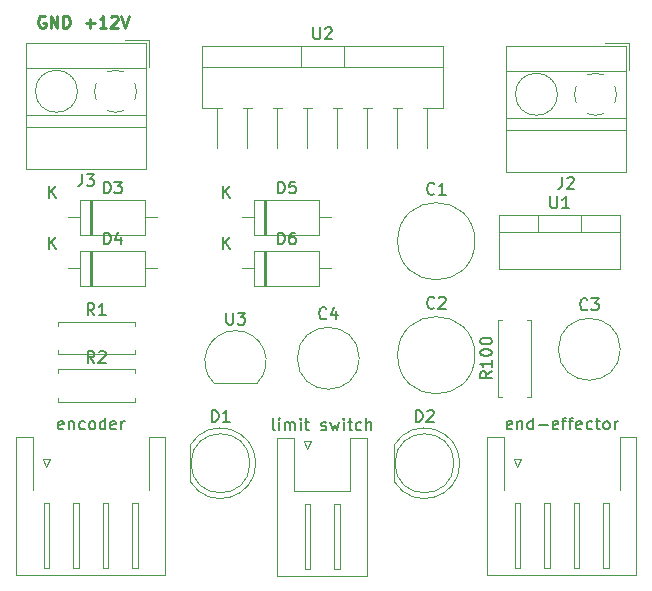
<source format=gbr>
%TF.GenerationSoftware,KiCad,Pcbnew,(5.1.6)-1*%
%TF.CreationDate,2021-07-06T14:07:52+07:00*%
%TF.ProjectId,test1,74657374-312e-46b6-9963-61645f706362,rev?*%
%TF.SameCoordinates,Original*%
%TF.FileFunction,Legend,Top*%
%TF.FilePolarity,Positive*%
%FSLAX46Y46*%
G04 Gerber Fmt 4.6, Leading zero omitted, Abs format (unit mm)*
G04 Created by KiCad (PCBNEW (5.1.6)-1) date 2021-07-06 14:07:52*
%MOMM*%
%LPD*%
G01*
G04 APERTURE LIST*
%ADD10C,0.250000*%
%ADD11C,0.120000*%
%ADD12C,0.150000*%
G04 APERTURE END LIST*
D10*
X141303095Y-70986000D02*
X141207857Y-70938380D01*
X141065000Y-70938380D01*
X140922142Y-70986000D01*
X140826904Y-71081238D01*
X140779285Y-71176476D01*
X140731666Y-71366952D01*
X140731666Y-71509809D01*
X140779285Y-71700285D01*
X140826904Y-71795523D01*
X140922142Y-71890761D01*
X141065000Y-71938380D01*
X141160238Y-71938380D01*
X141303095Y-71890761D01*
X141350714Y-71843142D01*
X141350714Y-71509809D01*
X141160238Y-71509809D01*
X141779285Y-71938380D02*
X141779285Y-70938380D01*
X142350714Y-71938380D01*
X142350714Y-70938380D01*
X142826904Y-71938380D02*
X142826904Y-70938380D01*
X143065000Y-70938380D01*
X143207857Y-70986000D01*
X143303095Y-71081238D01*
X143350714Y-71176476D01*
X143398333Y-71366952D01*
X143398333Y-71509809D01*
X143350714Y-71700285D01*
X143303095Y-71795523D01*
X143207857Y-71890761D01*
X143065000Y-71938380D01*
X142826904Y-71938380D01*
X144748095Y-71557428D02*
X145510000Y-71557428D01*
X145129047Y-71938380D02*
X145129047Y-71176476D01*
X146510000Y-71938380D02*
X145938571Y-71938380D01*
X146224285Y-71938380D02*
X146224285Y-70938380D01*
X146129047Y-71081238D01*
X146033809Y-71176476D01*
X145938571Y-71224095D01*
X146890952Y-71033619D02*
X146938571Y-70986000D01*
X147033809Y-70938380D01*
X147271904Y-70938380D01*
X147367142Y-70986000D01*
X147414761Y-71033619D01*
X147462380Y-71128857D01*
X147462380Y-71224095D01*
X147414761Y-71366952D01*
X146843333Y-71938380D01*
X147462380Y-71938380D01*
X147748095Y-70938380D02*
X148081428Y-71938380D01*
X148414761Y-70938380D01*
D11*
%TO.C,U3*%
X155632000Y-102038000D02*
X159232000Y-102038000D01*
X159270478Y-102026478D02*
G75*
G03*
X157432000Y-97588000I-1838478J1838478D01*
G01*
X155593522Y-102026478D02*
G75*
G02*
X157432000Y-97588000I1838478J1838478D01*
G01*
%TO.C,U1*%
X186715000Y-87774000D02*
X186715000Y-89284000D01*
X183014000Y-87774000D02*
X183014000Y-89284000D01*
X179744000Y-89284000D02*
X189984000Y-89284000D01*
X189984000Y-87774000D02*
X189984000Y-92415000D01*
X179744000Y-87774000D02*
X179744000Y-92415000D01*
X179744000Y-92415000D02*
X189984000Y-92415000D01*
X179744000Y-87774000D02*
X189984000Y-87774000D01*
%TO.C,R100*%
X182424000Y-96664000D02*
X182094000Y-96664000D01*
X182424000Y-103204000D02*
X182424000Y-96664000D01*
X182094000Y-103204000D02*
X182424000Y-103204000D01*
X179684000Y-96664000D02*
X180014000Y-96664000D01*
X179684000Y-103204000D02*
X179684000Y-96664000D01*
X180014000Y-103204000D02*
X179684000Y-103204000D01*
%TO.C,limit switch*%
X163828000Y-106978000D02*
X163528000Y-107578000D01*
X163228000Y-106978000D02*
X163828000Y-106978000D01*
X163528000Y-107578000D02*
X163228000Y-106978000D01*
X166278000Y-112278000D02*
X165778000Y-112278000D01*
X166278000Y-117778000D02*
X166278000Y-112278000D01*
X165778000Y-117778000D02*
X166278000Y-117778000D01*
X165778000Y-112278000D02*
X165778000Y-117778000D01*
X163778000Y-112278000D02*
X163278000Y-112278000D01*
X163778000Y-117778000D02*
X163778000Y-112278000D01*
X163278000Y-117778000D02*
X163778000Y-117778000D01*
X163278000Y-112278000D02*
X163278000Y-117778000D01*
X167168000Y-111168000D02*
X164778000Y-111168000D01*
X167168000Y-106668000D02*
X167168000Y-111168000D01*
X168588000Y-106668000D02*
X167168000Y-106668000D01*
X168588000Y-118388000D02*
X168588000Y-106668000D01*
X164778000Y-118388000D02*
X168588000Y-118388000D01*
X162388000Y-111168000D02*
X164778000Y-111168000D01*
X162388000Y-106668000D02*
X162388000Y-111168000D01*
X160968000Y-106668000D02*
X162388000Y-106668000D01*
X160968000Y-118388000D02*
X160968000Y-106668000D01*
X164778000Y-118388000D02*
X160968000Y-118388000D01*
%TO.C,end-effector*%
X181608000Y-108502000D02*
X181308000Y-109102000D01*
X181008000Y-108502000D02*
X181608000Y-108502000D01*
X181308000Y-109102000D02*
X181008000Y-108502000D01*
X189058000Y-112202000D02*
X188558000Y-112202000D01*
X189058000Y-117702000D02*
X189058000Y-112202000D01*
X188558000Y-117702000D02*
X189058000Y-117702000D01*
X188558000Y-112202000D02*
X188558000Y-117702000D01*
X186558000Y-112202000D02*
X186058000Y-112202000D01*
X186558000Y-117702000D02*
X186558000Y-112202000D01*
X186058000Y-117702000D02*
X186558000Y-117702000D01*
X186058000Y-112202000D02*
X186058000Y-117702000D01*
X184058000Y-112202000D02*
X183558000Y-112202000D01*
X184058000Y-117702000D02*
X184058000Y-112202000D01*
X183558000Y-117702000D02*
X184058000Y-117702000D01*
X183558000Y-112202000D02*
X183558000Y-117702000D01*
X181558000Y-112202000D02*
X181058000Y-112202000D01*
X181558000Y-117702000D02*
X181558000Y-112202000D01*
X181058000Y-117702000D02*
X181558000Y-117702000D01*
X181058000Y-112202000D02*
X181058000Y-117702000D01*
X189948000Y-106592000D02*
X189948000Y-111092000D01*
X191368000Y-106592000D02*
X189948000Y-106592000D01*
X191368000Y-118312000D02*
X191368000Y-106592000D01*
X185058000Y-118312000D02*
X191368000Y-118312000D01*
X180168000Y-106592000D02*
X180168000Y-111092000D01*
X178748000Y-106592000D02*
X180168000Y-106592000D01*
X178748000Y-118312000D02*
X178748000Y-106592000D01*
X185058000Y-118312000D02*
X178748000Y-118312000D01*
%TO.C,D6*%
X159810000Y-90844000D02*
X159810000Y-93784000D01*
X160050000Y-90844000D02*
X160050000Y-93784000D01*
X159930000Y-90844000D02*
X159930000Y-93784000D01*
X165490000Y-92314000D02*
X164470000Y-92314000D01*
X158010000Y-92314000D02*
X159030000Y-92314000D01*
X164470000Y-90844000D02*
X159030000Y-90844000D01*
X164470000Y-93784000D02*
X164470000Y-90844000D01*
X159030000Y-93784000D02*
X164470000Y-93784000D01*
X159030000Y-90844000D02*
X159030000Y-93784000D01*
%TO.C,D5*%
X159810000Y-86526000D02*
X159810000Y-89466000D01*
X160050000Y-86526000D02*
X160050000Y-89466000D01*
X159930000Y-86526000D02*
X159930000Y-89466000D01*
X165490000Y-87996000D02*
X164470000Y-87996000D01*
X158010000Y-87996000D02*
X159030000Y-87996000D01*
X164470000Y-86526000D02*
X159030000Y-86526000D01*
X164470000Y-89466000D02*
X164470000Y-86526000D01*
X159030000Y-89466000D02*
X164470000Y-89466000D01*
X159030000Y-86526000D02*
X159030000Y-89466000D01*
%TO.C,D4*%
X145078000Y-90844000D02*
X145078000Y-93784000D01*
X145318000Y-90844000D02*
X145318000Y-93784000D01*
X145198000Y-90844000D02*
X145198000Y-93784000D01*
X150758000Y-92314000D02*
X149738000Y-92314000D01*
X143278000Y-92314000D02*
X144298000Y-92314000D01*
X149738000Y-90844000D02*
X144298000Y-90844000D01*
X149738000Y-93784000D02*
X149738000Y-90844000D01*
X144298000Y-93784000D02*
X149738000Y-93784000D01*
X144298000Y-90844000D02*
X144298000Y-93784000D01*
%TO.C,D3*%
X145078000Y-86526000D02*
X145078000Y-89466000D01*
X145318000Y-86526000D02*
X145318000Y-89466000D01*
X145198000Y-86526000D02*
X145198000Y-89466000D01*
X150758000Y-87996000D02*
X149738000Y-87996000D01*
X143278000Y-87996000D02*
X144298000Y-87996000D01*
X149738000Y-86526000D02*
X144298000Y-86526000D01*
X149738000Y-89466000D02*
X149738000Y-86526000D01*
X144298000Y-89466000D02*
X149738000Y-89466000D01*
X144298000Y-86526000D02*
X144298000Y-89466000D01*
%TO.C,D2*%
X170874000Y-107279000D02*
X170874000Y-110369000D01*
X175934000Y-108824000D02*
G75*
G03*
X175934000Y-108824000I-2500000J0D01*
G01*
X176424000Y-108823538D02*
G75*
G02*
X170874000Y-110368830I-2990000J-462D01*
G01*
X176424000Y-108824462D02*
G75*
G03*
X170874000Y-107279170I-2990000J462D01*
G01*
%TO.C,D1*%
X153602000Y-107279000D02*
X153602000Y-110369000D01*
X158662000Y-108824000D02*
G75*
G03*
X158662000Y-108824000I-2500000J0D01*
G01*
X159152000Y-108823538D02*
G75*
G02*
X153602000Y-110368830I-2990000J-462D01*
G01*
X159152000Y-108824462D02*
G75*
G03*
X153602000Y-107279170I-2990000J462D01*
G01*
%TO.C,C4*%
X167910000Y-99934000D02*
G75*
G03*
X167910000Y-99934000I-2620000J0D01*
G01*
%TO.C,C3*%
X190008000Y-99172000D02*
G75*
G03*
X190008000Y-99172000I-2620000J0D01*
G01*
%TO.C,C2*%
X177700000Y-99680000D02*
G75*
G03*
X177700000Y-99680000I-3270000J0D01*
G01*
%TO.C,C1*%
X177700000Y-90028000D02*
G75*
G03*
X177700000Y-90028000I-3270000J0D01*
G01*
%TO.C,U2*%
X173688000Y-78711000D02*
X173688000Y-82105000D01*
X171148000Y-78711000D02*
X171148000Y-82105000D01*
X168608000Y-78711000D02*
X168608000Y-82105000D01*
X166068000Y-78711000D02*
X166068000Y-82105000D01*
X163528000Y-78711000D02*
X163528000Y-82105000D01*
X160988000Y-78711000D02*
X160988000Y-82105000D01*
X158448000Y-78711000D02*
X158448000Y-82105000D01*
X155908000Y-78711000D02*
X155908000Y-82120000D01*
X166648000Y-73470000D02*
X166648000Y-75310000D01*
X162949000Y-73470000D02*
X162949000Y-75310000D01*
X154578000Y-75310000D02*
X175018000Y-75310000D01*
X175018000Y-73470000D02*
X175018000Y-78711000D01*
X154578000Y-73470000D02*
X154578000Y-78711000D01*
X173343000Y-78711000D02*
X175018000Y-78711000D01*
X170803000Y-78711000D02*
X171494000Y-78711000D01*
X168263000Y-78711000D02*
X168954000Y-78711000D01*
X165723000Y-78711000D02*
X166414000Y-78711000D01*
X163183000Y-78711000D02*
X163874000Y-78711000D01*
X160643000Y-78711000D02*
X161334000Y-78711000D01*
X158103000Y-78711000D02*
X158794000Y-78711000D01*
X154578000Y-78711000D02*
X156254000Y-78711000D01*
X154578000Y-73470000D02*
X175018000Y-73470000D01*
%TO.C,R2*%
X148924000Y-103622000D02*
X148924000Y-103292000D01*
X142384000Y-103622000D02*
X148924000Y-103622000D01*
X142384000Y-103292000D02*
X142384000Y-103622000D01*
X148924000Y-100882000D02*
X148924000Y-101212000D01*
X142384000Y-100882000D02*
X148924000Y-100882000D01*
X142384000Y-101212000D02*
X142384000Y-100882000D01*
%TO.C,R1*%
X148924000Y-99572000D02*
X148924000Y-99242000D01*
X142384000Y-99572000D02*
X148924000Y-99572000D01*
X142384000Y-99242000D02*
X142384000Y-99572000D01*
X148924000Y-96832000D02*
X148924000Y-97162000D01*
X142384000Y-96832000D02*
X148924000Y-96832000D01*
X142384000Y-97162000D02*
X142384000Y-96832000D01*
%TO.C,J3*%
X150072000Y-73028000D02*
X148072000Y-73028000D01*
X150072000Y-75268000D02*
X150072000Y-73028000D01*
X143572000Y-76245000D02*
X143622000Y-76195000D01*
X141139000Y-78678000D02*
X141164000Y-78654000D01*
X143380000Y-76003000D02*
X143404000Y-75978000D01*
X140922000Y-78461000D02*
X140971000Y-78411000D01*
X139712000Y-83888000D02*
X139712000Y-73268000D01*
X149832000Y-83888000D02*
X149832000Y-73268000D01*
X149832000Y-73268000D02*
X139712000Y-73268000D01*
X149832000Y-83888000D02*
X139712000Y-83888000D01*
X149832000Y-80328000D02*
X139712000Y-80328000D01*
X149832000Y-79328000D02*
X139712000Y-79328000D01*
X149832000Y-75328000D02*
X139712000Y-75328000D01*
X144052000Y-77328000D02*
G75*
G03*
X144052000Y-77328000I-1780000J0D01*
G01*
X147241186Y-75547611D02*
G75*
G02*
X147968000Y-75689000I30814J-1780389D01*
G01*
X148911205Y-76632484D02*
G75*
G02*
X148911000Y-78024000I-1639205J-695516D01*
G01*
X147967516Y-78967205D02*
G75*
G02*
X146576000Y-78967000I-695516J1639205D01*
G01*
X145632795Y-78023516D02*
G75*
G02*
X145633000Y-76632000I1639205J695516D01*
G01*
X146576499Y-75689501D02*
G75*
G02*
X147272000Y-75548000I695501J-1638499D01*
G01*
%TO.C,J2*%
X190712000Y-73282000D02*
X188712000Y-73282000D01*
X190712000Y-75522000D02*
X190712000Y-73282000D01*
X184212000Y-76499000D02*
X184262000Y-76449000D01*
X181779000Y-78932000D02*
X181804000Y-78908000D01*
X184020000Y-76257000D02*
X184044000Y-76232000D01*
X181562000Y-78715000D02*
X181611000Y-78665000D01*
X180352000Y-84142000D02*
X180352000Y-73522000D01*
X190472000Y-84142000D02*
X190472000Y-73522000D01*
X190472000Y-73522000D02*
X180352000Y-73522000D01*
X190472000Y-84142000D02*
X180352000Y-84142000D01*
X190472000Y-80582000D02*
X180352000Y-80582000D01*
X190472000Y-79582000D02*
X180352000Y-79582000D01*
X190472000Y-75582000D02*
X180352000Y-75582000D01*
X184692000Y-77582000D02*
G75*
G03*
X184692000Y-77582000I-1780000J0D01*
G01*
X187881186Y-75801611D02*
G75*
G02*
X188608000Y-75943000I30814J-1780389D01*
G01*
X189551205Y-76886484D02*
G75*
G02*
X189551000Y-78278000I-1639205J-695516D01*
G01*
X188607516Y-79221205D02*
G75*
G02*
X187216000Y-79221000I-695516J1639205D01*
G01*
X186272795Y-78277516D02*
G75*
G02*
X186273000Y-76886000I1639205J695516D01*
G01*
X187216499Y-75943501D02*
G75*
G02*
X187912000Y-75802000I695501J-1638499D01*
G01*
%TO.C,encoder*%
X141730000Y-108502000D02*
X141430000Y-109102000D01*
X141130000Y-108502000D02*
X141730000Y-108502000D01*
X141430000Y-109102000D02*
X141130000Y-108502000D01*
X149180000Y-112202000D02*
X148680000Y-112202000D01*
X149180000Y-117702000D02*
X149180000Y-112202000D01*
X148680000Y-117702000D02*
X149180000Y-117702000D01*
X148680000Y-112202000D02*
X148680000Y-117702000D01*
X146680000Y-112202000D02*
X146180000Y-112202000D01*
X146680000Y-117702000D02*
X146680000Y-112202000D01*
X146180000Y-117702000D02*
X146680000Y-117702000D01*
X146180000Y-112202000D02*
X146180000Y-117702000D01*
X144180000Y-112202000D02*
X143680000Y-112202000D01*
X144180000Y-117702000D02*
X144180000Y-112202000D01*
X143680000Y-117702000D02*
X144180000Y-117702000D01*
X143680000Y-112202000D02*
X143680000Y-117702000D01*
X141680000Y-112202000D02*
X141180000Y-112202000D01*
X141680000Y-117702000D02*
X141680000Y-112202000D01*
X141180000Y-117702000D02*
X141680000Y-117702000D01*
X141180000Y-112202000D02*
X141180000Y-117702000D01*
X150070000Y-106592000D02*
X150070000Y-111092000D01*
X151490000Y-106592000D02*
X150070000Y-106592000D01*
X151490000Y-118312000D02*
X151490000Y-106592000D01*
X145180000Y-118312000D02*
X151490000Y-118312000D01*
X140290000Y-106592000D02*
X140290000Y-111092000D01*
X138870000Y-106592000D02*
X140290000Y-106592000D01*
X138870000Y-118312000D02*
X138870000Y-106592000D01*
X145180000Y-118312000D02*
X138870000Y-118312000D01*
%TO.C,U3*%
D12*
X156670095Y-96080380D02*
X156670095Y-96889904D01*
X156717714Y-96985142D01*
X156765333Y-97032761D01*
X156860571Y-97080380D01*
X157051047Y-97080380D01*
X157146285Y-97032761D01*
X157193904Y-96985142D01*
X157241523Y-96889904D01*
X157241523Y-96080380D01*
X157622476Y-96080380D02*
X158241523Y-96080380D01*
X157908190Y-96461333D01*
X158051047Y-96461333D01*
X158146285Y-96508952D01*
X158193904Y-96556571D01*
X158241523Y-96651809D01*
X158241523Y-96889904D01*
X158193904Y-96985142D01*
X158146285Y-97032761D01*
X158051047Y-97080380D01*
X157765333Y-97080380D01*
X157670095Y-97032761D01*
X157622476Y-96985142D01*
%TO.C,U1*%
X184102095Y-86226380D02*
X184102095Y-87035904D01*
X184149714Y-87131142D01*
X184197333Y-87178761D01*
X184292571Y-87226380D01*
X184483047Y-87226380D01*
X184578285Y-87178761D01*
X184625904Y-87131142D01*
X184673523Y-87035904D01*
X184673523Y-86226380D01*
X185673523Y-87226380D02*
X185102095Y-87226380D01*
X185387809Y-87226380D02*
X185387809Y-86226380D01*
X185292571Y-86369238D01*
X185197333Y-86464476D01*
X185102095Y-86512095D01*
%TO.C,R100*%
X179136380Y-101053047D02*
X178660190Y-101386380D01*
X179136380Y-101624476D02*
X178136380Y-101624476D01*
X178136380Y-101243523D01*
X178184000Y-101148285D01*
X178231619Y-101100666D01*
X178326857Y-101053047D01*
X178469714Y-101053047D01*
X178564952Y-101100666D01*
X178612571Y-101148285D01*
X178660190Y-101243523D01*
X178660190Y-101624476D01*
X179136380Y-100100666D02*
X179136380Y-100672095D01*
X179136380Y-100386380D02*
X178136380Y-100386380D01*
X178279238Y-100481619D01*
X178374476Y-100576857D01*
X178422095Y-100672095D01*
X178136380Y-99481619D02*
X178136380Y-99386380D01*
X178184000Y-99291142D01*
X178231619Y-99243523D01*
X178326857Y-99195904D01*
X178517333Y-99148285D01*
X178755428Y-99148285D01*
X178945904Y-99195904D01*
X179041142Y-99243523D01*
X179088761Y-99291142D01*
X179136380Y-99386380D01*
X179136380Y-99481619D01*
X179088761Y-99576857D01*
X179041142Y-99624476D01*
X178945904Y-99672095D01*
X178755428Y-99719714D01*
X178517333Y-99719714D01*
X178326857Y-99672095D01*
X178231619Y-99624476D01*
X178184000Y-99576857D01*
X178136380Y-99481619D01*
X178136380Y-98529238D02*
X178136380Y-98434000D01*
X178184000Y-98338761D01*
X178231619Y-98291142D01*
X178326857Y-98243523D01*
X178517333Y-98195904D01*
X178755428Y-98195904D01*
X178945904Y-98243523D01*
X179041142Y-98291142D01*
X179088761Y-98338761D01*
X179136380Y-98434000D01*
X179136380Y-98529238D01*
X179088761Y-98624476D01*
X179041142Y-98672095D01*
X178945904Y-98719714D01*
X178755428Y-98767333D01*
X178517333Y-98767333D01*
X178326857Y-98719714D01*
X178231619Y-98672095D01*
X178184000Y-98624476D01*
X178136380Y-98529238D01*
%TO.C,limit switch*%
X160754190Y-106030380D02*
X160658952Y-105982761D01*
X160611333Y-105887523D01*
X160611333Y-105030380D01*
X161135142Y-106030380D02*
X161135142Y-105363714D01*
X161135142Y-105030380D02*
X161087523Y-105078000D01*
X161135142Y-105125619D01*
X161182761Y-105078000D01*
X161135142Y-105030380D01*
X161135142Y-105125619D01*
X161611333Y-106030380D02*
X161611333Y-105363714D01*
X161611333Y-105458952D02*
X161658952Y-105411333D01*
X161754190Y-105363714D01*
X161897047Y-105363714D01*
X161992285Y-105411333D01*
X162039904Y-105506571D01*
X162039904Y-106030380D01*
X162039904Y-105506571D02*
X162087523Y-105411333D01*
X162182761Y-105363714D01*
X162325619Y-105363714D01*
X162420857Y-105411333D01*
X162468476Y-105506571D01*
X162468476Y-106030380D01*
X162944666Y-106030380D02*
X162944666Y-105363714D01*
X162944666Y-105030380D02*
X162897047Y-105078000D01*
X162944666Y-105125619D01*
X162992285Y-105078000D01*
X162944666Y-105030380D01*
X162944666Y-105125619D01*
X163278000Y-105363714D02*
X163658952Y-105363714D01*
X163420857Y-105030380D02*
X163420857Y-105887523D01*
X163468476Y-105982761D01*
X163563714Y-106030380D01*
X163658952Y-106030380D01*
X164706571Y-105982761D02*
X164801809Y-106030380D01*
X164992285Y-106030380D01*
X165087523Y-105982761D01*
X165135142Y-105887523D01*
X165135142Y-105839904D01*
X165087523Y-105744666D01*
X164992285Y-105697047D01*
X164849428Y-105697047D01*
X164754190Y-105649428D01*
X164706571Y-105554190D01*
X164706571Y-105506571D01*
X164754190Y-105411333D01*
X164849428Y-105363714D01*
X164992285Y-105363714D01*
X165087523Y-105411333D01*
X165468476Y-105363714D02*
X165658952Y-106030380D01*
X165849428Y-105554190D01*
X166039904Y-106030380D01*
X166230380Y-105363714D01*
X166611333Y-106030380D02*
X166611333Y-105363714D01*
X166611333Y-105030380D02*
X166563714Y-105078000D01*
X166611333Y-105125619D01*
X166658952Y-105078000D01*
X166611333Y-105030380D01*
X166611333Y-105125619D01*
X166944666Y-105363714D02*
X167325619Y-105363714D01*
X167087523Y-105030380D02*
X167087523Y-105887523D01*
X167135142Y-105982761D01*
X167230380Y-106030380D01*
X167325619Y-106030380D01*
X168087523Y-105982761D02*
X167992285Y-106030380D01*
X167801809Y-106030380D01*
X167706571Y-105982761D01*
X167658952Y-105935142D01*
X167611333Y-105839904D01*
X167611333Y-105554190D01*
X167658952Y-105458952D01*
X167706571Y-105411333D01*
X167801809Y-105363714D01*
X167992285Y-105363714D01*
X168087523Y-105411333D01*
X168516095Y-106030380D02*
X168516095Y-105030380D01*
X168944666Y-106030380D02*
X168944666Y-105506571D01*
X168897047Y-105411333D01*
X168801809Y-105363714D01*
X168658952Y-105363714D01*
X168563714Y-105411333D01*
X168516095Y-105458952D01*
%TO.C,end-effector*%
X180819904Y-105906761D02*
X180724666Y-105954380D01*
X180534190Y-105954380D01*
X180438952Y-105906761D01*
X180391333Y-105811523D01*
X180391333Y-105430571D01*
X180438952Y-105335333D01*
X180534190Y-105287714D01*
X180724666Y-105287714D01*
X180819904Y-105335333D01*
X180867523Y-105430571D01*
X180867523Y-105525809D01*
X180391333Y-105621047D01*
X181296095Y-105287714D02*
X181296095Y-105954380D01*
X181296095Y-105382952D02*
X181343714Y-105335333D01*
X181438952Y-105287714D01*
X181581809Y-105287714D01*
X181677047Y-105335333D01*
X181724666Y-105430571D01*
X181724666Y-105954380D01*
X182629428Y-105954380D02*
X182629428Y-104954380D01*
X182629428Y-105906761D02*
X182534190Y-105954380D01*
X182343714Y-105954380D01*
X182248476Y-105906761D01*
X182200857Y-105859142D01*
X182153238Y-105763904D01*
X182153238Y-105478190D01*
X182200857Y-105382952D01*
X182248476Y-105335333D01*
X182343714Y-105287714D01*
X182534190Y-105287714D01*
X182629428Y-105335333D01*
X183105619Y-105573428D02*
X183867523Y-105573428D01*
X184724666Y-105906761D02*
X184629428Y-105954380D01*
X184438952Y-105954380D01*
X184343714Y-105906761D01*
X184296095Y-105811523D01*
X184296095Y-105430571D01*
X184343714Y-105335333D01*
X184438952Y-105287714D01*
X184629428Y-105287714D01*
X184724666Y-105335333D01*
X184772285Y-105430571D01*
X184772285Y-105525809D01*
X184296095Y-105621047D01*
X185058000Y-105287714D02*
X185438952Y-105287714D01*
X185200857Y-105954380D02*
X185200857Y-105097238D01*
X185248476Y-105002000D01*
X185343714Y-104954380D01*
X185438952Y-104954380D01*
X185629428Y-105287714D02*
X186010380Y-105287714D01*
X185772285Y-105954380D02*
X185772285Y-105097238D01*
X185819904Y-105002000D01*
X185915142Y-104954380D01*
X186010380Y-104954380D01*
X186724666Y-105906761D02*
X186629428Y-105954380D01*
X186438952Y-105954380D01*
X186343714Y-105906761D01*
X186296095Y-105811523D01*
X186296095Y-105430571D01*
X186343714Y-105335333D01*
X186438952Y-105287714D01*
X186629428Y-105287714D01*
X186724666Y-105335333D01*
X186772285Y-105430571D01*
X186772285Y-105525809D01*
X186296095Y-105621047D01*
X187629428Y-105906761D02*
X187534190Y-105954380D01*
X187343714Y-105954380D01*
X187248476Y-105906761D01*
X187200857Y-105859142D01*
X187153238Y-105763904D01*
X187153238Y-105478190D01*
X187200857Y-105382952D01*
X187248476Y-105335333D01*
X187343714Y-105287714D01*
X187534190Y-105287714D01*
X187629428Y-105335333D01*
X187915142Y-105287714D02*
X188296095Y-105287714D01*
X188058000Y-104954380D02*
X188058000Y-105811523D01*
X188105619Y-105906761D01*
X188200857Y-105954380D01*
X188296095Y-105954380D01*
X188772285Y-105954380D02*
X188677047Y-105906761D01*
X188629428Y-105859142D01*
X188581809Y-105763904D01*
X188581809Y-105478190D01*
X188629428Y-105382952D01*
X188677047Y-105335333D01*
X188772285Y-105287714D01*
X188915142Y-105287714D01*
X189010380Y-105335333D01*
X189058000Y-105382952D01*
X189105619Y-105478190D01*
X189105619Y-105763904D01*
X189058000Y-105859142D01*
X189010380Y-105906761D01*
X188915142Y-105954380D01*
X188772285Y-105954380D01*
X189534190Y-105954380D02*
X189534190Y-105287714D01*
X189534190Y-105478190D02*
X189581809Y-105382952D01*
X189629428Y-105335333D01*
X189724666Y-105287714D01*
X189819904Y-105287714D01*
%TO.C,D6*%
X161011904Y-90296380D02*
X161011904Y-89296380D01*
X161250000Y-89296380D01*
X161392857Y-89344000D01*
X161488095Y-89439238D01*
X161535714Y-89534476D01*
X161583333Y-89724952D01*
X161583333Y-89867809D01*
X161535714Y-90058285D01*
X161488095Y-90153523D01*
X161392857Y-90248761D01*
X161250000Y-90296380D01*
X161011904Y-90296380D01*
X162440476Y-89296380D02*
X162250000Y-89296380D01*
X162154761Y-89344000D01*
X162107142Y-89391619D01*
X162011904Y-89534476D01*
X161964285Y-89724952D01*
X161964285Y-90105904D01*
X162011904Y-90201142D01*
X162059523Y-90248761D01*
X162154761Y-90296380D01*
X162345238Y-90296380D01*
X162440476Y-90248761D01*
X162488095Y-90201142D01*
X162535714Y-90105904D01*
X162535714Y-89867809D01*
X162488095Y-89772571D01*
X162440476Y-89724952D01*
X162345238Y-89677333D01*
X162154761Y-89677333D01*
X162059523Y-89724952D01*
X162011904Y-89772571D01*
X161964285Y-89867809D01*
X156408095Y-90666380D02*
X156408095Y-89666380D01*
X156979523Y-90666380D02*
X156550952Y-90094952D01*
X156979523Y-89666380D02*
X156408095Y-90237809D01*
%TO.C,D5*%
X161011904Y-85978380D02*
X161011904Y-84978380D01*
X161250000Y-84978380D01*
X161392857Y-85026000D01*
X161488095Y-85121238D01*
X161535714Y-85216476D01*
X161583333Y-85406952D01*
X161583333Y-85549809D01*
X161535714Y-85740285D01*
X161488095Y-85835523D01*
X161392857Y-85930761D01*
X161250000Y-85978380D01*
X161011904Y-85978380D01*
X162488095Y-84978380D02*
X162011904Y-84978380D01*
X161964285Y-85454571D01*
X162011904Y-85406952D01*
X162107142Y-85359333D01*
X162345238Y-85359333D01*
X162440476Y-85406952D01*
X162488095Y-85454571D01*
X162535714Y-85549809D01*
X162535714Y-85787904D01*
X162488095Y-85883142D01*
X162440476Y-85930761D01*
X162345238Y-85978380D01*
X162107142Y-85978380D01*
X162011904Y-85930761D01*
X161964285Y-85883142D01*
X156408095Y-86348380D02*
X156408095Y-85348380D01*
X156979523Y-86348380D02*
X156550952Y-85776952D01*
X156979523Y-85348380D02*
X156408095Y-85919809D01*
%TO.C,D4*%
X146279904Y-90296380D02*
X146279904Y-89296380D01*
X146518000Y-89296380D01*
X146660857Y-89344000D01*
X146756095Y-89439238D01*
X146803714Y-89534476D01*
X146851333Y-89724952D01*
X146851333Y-89867809D01*
X146803714Y-90058285D01*
X146756095Y-90153523D01*
X146660857Y-90248761D01*
X146518000Y-90296380D01*
X146279904Y-90296380D01*
X147708476Y-89629714D02*
X147708476Y-90296380D01*
X147470380Y-89248761D02*
X147232285Y-89963047D01*
X147851333Y-89963047D01*
X141676095Y-90666380D02*
X141676095Y-89666380D01*
X142247523Y-90666380D02*
X141818952Y-90094952D01*
X142247523Y-89666380D02*
X141676095Y-90237809D01*
%TO.C,D3*%
X146279904Y-85978380D02*
X146279904Y-84978380D01*
X146518000Y-84978380D01*
X146660857Y-85026000D01*
X146756095Y-85121238D01*
X146803714Y-85216476D01*
X146851333Y-85406952D01*
X146851333Y-85549809D01*
X146803714Y-85740285D01*
X146756095Y-85835523D01*
X146660857Y-85930761D01*
X146518000Y-85978380D01*
X146279904Y-85978380D01*
X147184666Y-84978380D02*
X147803714Y-84978380D01*
X147470380Y-85359333D01*
X147613238Y-85359333D01*
X147708476Y-85406952D01*
X147756095Y-85454571D01*
X147803714Y-85549809D01*
X147803714Y-85787904D01*
X147756095Y-85883142D01*
X147708476Y-85930761D01*
X147613238Y-85978380D01*
X147327523Y-85978380D01*
X147232285Y-85930761D01*
X147184666Y-85883142D01*
X141676095Y-86348380D02*
X141676095Y-85348380D01*
X142247523Y-86348380D02*
X141818952Y-85776952D01*
X142247523Y-85348380D02*
X141676095Y-85919809D01*
%TO.C,D2*%
X172695904Y-105316380D02*
X172695904Y-104316380D01*
X172934000Y-104316380D01*
X173076857Y-104364000D01*
X173172095Y-104459238D01*
X173219714Y-104554476D01*
X173267333Y-104744952D01*
X173267333Y-104887809D01*
X173219714Y-105078285D01*
X173172095Y-105173523D01*
X173076857Y-105268761D01*
X172934000Y-105316380D01*
X172695904Y-105316380D01*
X173648285Y-104411619D02*
X173695904Y-104364000D01*
X173791142Y-104316380D01*
X174029238Y-104316380D01*
X174124476Y-104364000D01*
X174172095Y-104411619D01*
X174219714Y-104506857D01*
X174219714Y-104602095D01*
X174172095Y-104744952D01*
X173600666Y-105316380D01*
X174219714Y-105316380D01*
%TO.C,D1*%
X155423904Y-105316380D02*
X155423904Y-104316380D01*
X155662000Y-104316380D01*
X155804857Y-104364000D01*
X155900095Y-104459238D01*
X155947714Y-104554476D01*
X155995333Y-104744952D01*
X155995333Y-104887809D01*
X155947714Y-105078285D01*
X155900095Y-105173523D01*
X155804857Y-105268761D01*
X155662000Y-105316380D01*
X155423904Y-105316380D01*
X156947714Y-105316380D02*
X156376285Y-105316380D01*
X156662000Y-105316380D02*
X156662000Y-104316380D01*
X156566761Y-104459238D01*
X156471523Y-104554476D01*
X156376285Y-104602095D01*
%TO.C,C4*%
X165123333Y-96541142D02*
X165075714Y-96588761D01*
X164932857Y-96636380D01*
X164837619Y-96636380D01*
X164694761Y-96588761D01*
X164599523Y-96493523D01*
X164551904Y-96398285D01*
X164504285Y-96207809D01*
X164504285Y-96064952D01*
X164551904Y-95874476D01*
X164599523Y-95779238D01*
X164694761Y-95684000D01*
X164837619Y-95636380D01*
X164932857Y-95636380D01*
X165075714Y-95684000D01*
X165123333Y-95731619D01*
X165980476Y-95969714D02*
X165980476Y-96636380D01*
X165742380Y-95588761D02*
X165504285Y-96303047D01*
X166123333Y-96303047D01*
%TO.C,C3*%
X187221333Y-95779142D02*
X187173714Y-95826761D01*
X187030857Y-95874380D01*
X186935619Y-95874380D01*
X186792761Y-95826761D01*
X186697523Y-95731523D01*
X186649904Y-95636285D01*
X186602285Y-95445809D01*
X186602285Y-95302952D01*
X186649904Y-95112476D01*
X186697523Y-95017238D01*
X186792761Y-94922000D01*
X186935619Y-94874380D01*
X187030857Y-94874380D01*
X187173714Y-94922000D01*
X187221333Y-94969619D01*
X187554666Y-94874380D02*
X188173714Y-94874380D01*
X187840380Y-95255333D01*
X187983238Y-95255333D01*
X188078476Y-95302952D01*
X188126095Y-95350571D01*
X188173714Y-95445809D01*
X188173714Y-95683904D01*
X188126095Y-95779142D01*
X188078476Y-95826761D01*
X187983238Y-95874380D01*
X187697523Y-95874380D01*
X187602285Y-95826761D01*
X187554666Y-95779142D01*
%TO.C,C2*%
X174263333Y-95637142D02*
X174215714Y-95684761D01*
X174072857Y-95732380D01*
X173977619Y-95732380D01*
X173834761Y-95684761D01*
X173739523Y-95589523D01*
X173691904Y-95494285D01*
X173644285Y-95303809D01*
X173644285Y-95160952D01*
X173691904Y-94970476D01*
X173739523Y-94875238D01*
X173834761Y-94780000D01*
X173977619Y-94732380D01*
X174072857Y-94732380D01*
X174215714Y-94780000D01*
X174263333Y-94827619D01*
X174644285Y-94827619D02*
X174691904Y-94780000D01*
X174787142Y-94732380D01*
X175025238Y-94732380D01*
X175120476Y-94780000D01*
X175168095Y-94827619D01*
X175215714Y-94922857D01*
X175215714Y-95018095D01*
X175168095Y-95160952D01*
X174596666Y-95732380D01*
X175215714Y-95732380D01*
%TO.C,C1*%
X174263333Y-85985142D02*
X174215714Y-86032761D01*
X174072857Y-86080380D01*
X173977619Y-86080380D01*
X173834761Y-86032761D01*
X173739523Y-85937523D01*
X173691904Y-85842285D01*
X173644285Y-85651809D01*
X173644285Y-85508952D01*
X173691904Y-85318476D01*
X173739523Y-85223238D01*
X173834761Y-85128000D01*
X173977619Y-85080380D01*
X174072857Y-85080380D01*
X174215714Y-85128000D01*
X174263333Y-85175619D01*
X175215714Y-86080380D02*
X174644285Y-86080380D01*
X174930000Y-86080380D02*
X174930000Y-85080380D01*
X174834761Y-85223238D01*
X174739523Y-85318476D01*
X174644285Y-85366095D01*
%TO.C,U2*%
X164036095Y-71922380D02*
X164036095Y-72731904D01*
X164083714Y-72827142D01*
X164131333Y-72874761D01*
X164226571Y-72922380D01*
X164417047Y-72922380D01*
X164512285Y-72874761D01*
X164559904Y-72827142D01*
X164607523Y-72731904D01*
X164607523Y-71922380D01*
X165036095Y-72017619D02*
X165083714Y-71970000D01*
X165178952Y-71922380D01*
X165417047Y-71922380D01*
X165512285Y-71970000D01*
X165559904Y-72017619D01*
X165607523Y-72112857D01*
X165607523Y-72208095D01*
X165559904Y-72350952D01*
X164988476Y-72922380D01*
X165607523Y-72922380D01*
%TO.C,R2*%
X145487333Y-100334380D02*
X145154000Y-99858190D01*
X144915904Y-100334380D02*
X144915904Y-99334380D01*
X145296857Y-99334380D01*
X145392095Y-99382000D01*
X145439714Y-99429619D01*
X145487333Y-99524857D01*
X145487333Y-99667714D01*
X145439714Y-99762952D01*
X145392095Y-99810571D01*
X145296857Y-99858190D01*
X144915904Y-99858190D01*
X145868285Y-99429619D02*
X145915904Y-99382000D01*
X146011142Y-99334380D01*
X146249238Y-99334380D01*
X146344476Y-99382000D01*
X146392095Y-99429619D01*
X146439714Y-99524857D01*
X146439714Y-99620095D01*
X146392095Y-99762952D01*
X145820666Y-100334380D01*
X146439714Y-100334380D01*
%TO.C,R1*%
X145487333Y-96284380D02*
X145154000Y-95808190D01*
X144915904Y-96284380D02*
X144915904Y-95284380D01*
X145296857Y-95284380D01*
X145392095Y-95332000D01*
X145439714Y-95379619D01*
X145487333Y-95474857D01*
X145487333Y-95617714D01*
X145439714Y-95712952D01*
X145392095Y-95760571D01*
X145296857Y-95808190D01*
X144915904Y-95808190D01*
X146439714Y-96284380D02*
X145868285Y-96284380D01*
X146154000Y-96284380D02*
X146154000Y-95284380D01*
X146058761Y-95427238D01*
X145963523Y-95522476D01*
X145868285Y-95570095D01*
%TO.C,J3*%
X144438666Y-84340380D02*
X144438666Y-85054666D01*
X144391047Y-85197523D01*
X144295809Y-85292761D01*
X144152952Y-85340380D01*
X144057714Y-85340380D01*
X144819619Y-84340380D02*
X145438666Y-84340380D01*
X145105333Y-84721333D01*
X145248190Y-84721333D01*
X145343428Y-84768952D01*
X145391047Y-84816571D01*
X145438666Y-84911809D01*
X145438666Y-85149904D01*
X145391047Y-85245142D01*
X145343428Y-85292761D01*
X145248190Y-85340380D01*
X144962476Y-85340380D01*
X144867238Y-85292761D01*
X144819619Y-85245142D01*
%TO.C,J2*%
X185078666Y-84594380D02*
X185078666Y-85308666D01*
X185031047Y-85451523D01*
X184935809Y-85546761D01*
X184792952Y-85594380D01*
X184697714Y-85594380D01*
X185507238Y-84689619D02*
X185554857Y-84642000D01*
X185650095Y-84594380D01*
X185888190Y-84594380D01*
X185983428Y-84642000D01*
X186031047Y-84689619D01*
X186078666Y-84784857D01*
X186078666Y-84880095D01*
X186031047Y-85022952D01*
X185459619Y-85594380D01*
X186078666Y-85594380D01*
%TO.C,encoder*%
X142846666Y-105906761D02*
X142751428Y-105954380D01*
X142560952Y-105954380D01*
X142465714Y-105906761D01*
X142418095Y-105811523D01*
X142418095Y-105430571D01*
X142465714Y-105335333D01*
X142560952Y-105287714D01*
X142751428Y-105287714D01*
X142846666Y-105335333D01*
X142894285Y-105430571D01*
X142894285Y-105525809D01*
X142418095Y-105621047D01*
X143322857Y-105287714D02*
X143322857Y-105954380D01*
X143322857Y-105382952D02*
X143370476Y-105335333D01*
X143465714Y-105287714D01*
X143608571Y-105287714D01*
X143703809Y-105335333D01*
X143751428Y-105430571D01*
X143751428Y-105954380D01*
X144656190Y-105906761D02*
X144560952Y-105954380D01*
X144370476Y-105954380D01*
X144275238Y-105906761D01*
X144227619Y-105859142D01*
X144180000Y-105763904D01*
X144180000Y-105478190D01*
X144227619Y-105382952D01*
X144275238Y-105335333D01*
X144370476Y-105287714D01*
X144560952Y-105287714D01*
X144656190Y-105335333D01*
X145227619Y-105954380D02*
X145132380Y-105906761D01*
X145084761Y-105859142D01*
X145037142Y-105763904D01*
X145037142Y-105478190D01*
X145084761Y-105382952D01*
X145132380Y-105335333D01*
X145227619Y-105287714D01*
X145370476Y-105287714D01*
X145465714Y-105335333D01*
X145513333Y-105382952D01*
X145560952Y-105478190D01*
X145560952Y-105763904D01*
X145513333Y-105859142D01*
X145465714Y-105906761D01*
X145370476Y-105954380D01*
X145227619Y-105954380D01*
X146418095Y-105954380D02*
X146418095Y-104954380D01*
X146418095Y-105906761D02*
X146322857Y-105954380D01*
X146132380Y-105954380D01*
X146037142Y-105906761D01*
X145989523Y-105859142D01*
X145941904Y-105763904D01*
X145941904Y-105478190D01*
X145989523Y-105382952D01*
X146037142Y-105335333D01*
X146132380Y-105287714D01*
X146322857Y-105287714D01*
X146418095Y-105335333D01*
X147275238Y-105906761D02*
X147180000Y-105954380D01*
X146989523Y-105954380D01*
X146894285Y-105906761D01*
X146846666Y-105811523D01*
X146846666Y-105430571D01*
X146894285Y-105335333D01*
X146989523Y-105287714D01*
X147180000Y-105287714D01*
X147275238Y-105335333D01*
X147322857Y-105430571D01*
X147322857Y-105525809D01*
X146846666Y-105621047D01*
X147751428Y-105954380D02*
X147751428Y-105287714D01*
X147751428Y-105478190D02*
X147799047Y-105382952D01*
X147846666Y-105335333D01*
X147941904Y-105287714D01*
X148037142Y-105287714D01*
%TD*%
M02*

</source>
